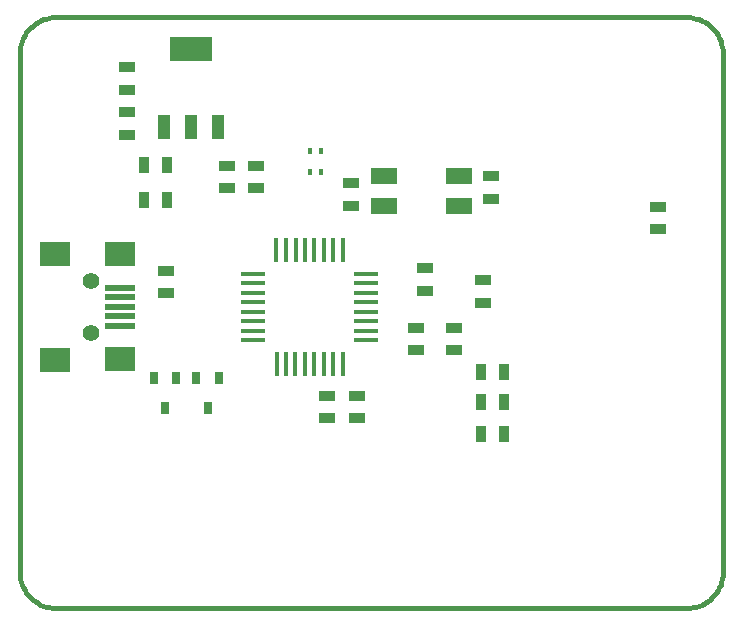
<source format=gtp>
G04 (created by PCBNEW-RS274X (2012-01-19 BZR 3256)-stable) date 21-08-2012 09:22:58*
G01*
G70*
G90*
%MOIN*%
G04 Gerber Fmt 3.4, Leading zero omitted, Abs format*
%FSLAX34Y34*%
G04 APERTURE LIST*
%ADD10C,0.006000*%
%ADD11C,0.015000*%
%ADD12R,0.078700X0.017700*%
%ADD13R,0.017700X0.078700*%
%ADD14R,0.027600X0.039400*%
%ADD15R,0.144000X0.080000*%
%ADD16R,0.040000X0.080000*%
%ADD17R,0.035000X0.055000*%
%ADD18R,0.055000X0.035000*%
%ADD19R,0.098400X0.019600*%
%ADD20R,0.098400X0.078700*%
%ADD21C,0.055400*%
%ADD22R,0.015700X0.023600*%
%ADD23R,0.086600X0.055100*%
G04 APERTURE END LIST*
G54D10*
G54D11*
X51378Y-59449D02*
X51480Y-59444D01*
X51583Y-59431D01*
X51683Y-59408D01*
X51781Y-59377D01*
X51877Y-59338D01*
X51968Y-59290D01*
X52055Y-59235D01*
X52137Y-59172D01*
X52213Y-59103D01*
X52282Y-59027D01*
X52345Y-58945D01*
X52400Y-58858D01*
X52448Y-58767D01*
X52487Y-58671D01*
X52518Y-58573D01*
X52541Y-58473D01*
X52554Y-58370D01*
X52559Y-58268D01*
X52559Y-40945D02*
X52554Y-40843D01*
X52541Y-40740D01*
X52518Y-40640D01*
X52487Y-40542D01*
X52448Y-40446D01*
X52400Y-40355D01*
X52345Y-40268D01*
X52282Y-40186D01*
X52213Y-40110D01*
X52137Y-40041D01*
X52055Y-39978D01*
X51968Y-39923D01*
X51877Y-39875D01*
X51781Y-39836D01*
X51683Y-39805D01*
X51583Y-39782D01*
X51480Y-39769D01*
X51378Y-39764D01*
X29134Y-58268D02*
X29139Y-58370D01*
X29152Y-58473D01*
X29175Y-58573D01*
X29206Y-58671D01*
X29245Y-58767D01*
X29293Y-58858D01*
X29348Y-58945D01*
X29411Y-59027D01*
X29480Y-59103D01*
X29556Y-59172D01*
X29638Y-59235D01*
X29725Y-59290D01*
X29816Y-59338D01*
X29912Y-59377D01*
X30010Y-59408D01*
X30110Y-59431D01*
X30213Y-59444D01*
X30315Y-59449D01*
X30315Y-39764D02*
X30213Y-39769D01*
X30110Y-39782D01*
X30010Y-39805D01*
X29912Y-39836D01*
X29816Y-39875D01*
X29725Y-39923D01*
X29638Y-39978D01*
X29556Y-40041D01*
X29480Y-40110D01*
X29411Y-40186D01*
X29348Y-40268D01*
X29293Y-40355D01*
X29245Y-40446D01*
X29206Y-40542D01*
X29175Y-40640D01*
X29152Y-40740D01*
X29139Y-40843D01*
X29134Y-40945D01*
X29134Y-58268D02*
X29134Y-40945D01*
X51378Y-59449D02*
X30315Y-59449D01*
X52559Y-40945D02*
X52559Y-58268D01*
X30315Y-39764D02*
X51378Y-39764D01*
G54D12*
X40676Y-48316D03*
X40676Y-48631D03*
X40676Y-48946D03*
X40676Y-49261D03*
X40676Y-49576D03*
X40676Y-49891D03*
X40676Y-50206D03*
X40676Y-50521D03*
X36910Y-50519D03*
X36910Y-48309D03*
X36910Y-48629D03*
X36910Y-48949D03*
X36910Y-49259D03*
X36910Y-49579D03*
X36910Y-49889D03*
X36910Y-50209D03*
G54D13*
X39892Y-51309D03*
X39578Y-51309D03*
X39262Y-51309D03*
X38948Y-51309D03*
X38632Y-51309D03*
X38318Y-51309D03*
X38002Y-51309D03*
X37688Y-51309D03*
X39890Y-47529D03*
X39580Y-47529D03*
X39260Y-47529D03*
X38950Y-47529D03*
X38640Y-47529D03*
X38320Y-47529D03*
X38000Y-47529D03*
X37680Y-47529D03*
G54D14*
X33976Y-52783D03*
X33601Y-51783D03*
X34351Y-51783D03*
X35394Y-52783D03*
X35019Y-51783D03*
X35769Y-51783D03*
G54D15*
X34843Y-40826D03*
G54D16*
X34843Y-43426D03*
X35743Y-43426D03*
X33943Y-43426D03*
G54D17*
X34036Y-45866D03*
X33286Y-45866D03*
G54D18*
X34016Y-48208D03*
X34016Y-48958D03*
X39370Y-53131D03*
X39370Y-52381D03*
X40354Y-53131D03*
X40354Y-52381D03*
X42323Y-50117D03*
X42323Y-50867D03*
X50394Y-46832D03*
X50394Y-46082D03*
X44843Y-45808D03*
X44843Y-45058D03*
X40157Y-45294D03*
X40157Y-46044D03*
X32717Y-42932D03*
X32717Y-43682D03*
X32717Y-41436D03*
X32717Y-42186D03*
X36024Y-44704D03*
X36024Y-45454D03*
X43602Y-50117D03*
X43602Y-50867D03*
X42638Y-48879D03*
X42638Y-48129D03*
X44567Y-48523D03*
X44567Y-49273D03*
G54D17*
X34036Y-44685D03*
X33286Y-44685D03*
G54D18*
X37008Y-44704D03*
X37008Y-45454D03*
G54D19*
X32480Y-49409D03*
X32480Y-49095D03*
X32480Y-50038D03*
X32480Y-49723D03*
G54D20*
X30315Y-51180D03*
X30315Y-47638D03*
X32480Y-51141D03*
X32480Y-47638D03*
G54D21*
X31496Y-48543D03*
X31496Y-50275D03*
G54D19*
X32480Y-48780D03*
G54D17*
X45257Y-51575D03*
X44507Y-51575D03*
X45257Y-52598D03*
X44507Y-52598D03*
X45257Y-53661D03*
X44507Y-53661D03*
G54D22*
X38799Y-44213D03*
X39153Y-44213D03*
X38799Y-44921D03*
X39153Y-44921D03*
G54D23*
X41280Y-46043D03*
X43760Y-46043D03*
X41280Y-45059D03*
X43760Y-45059D03*
M02*

</source>
